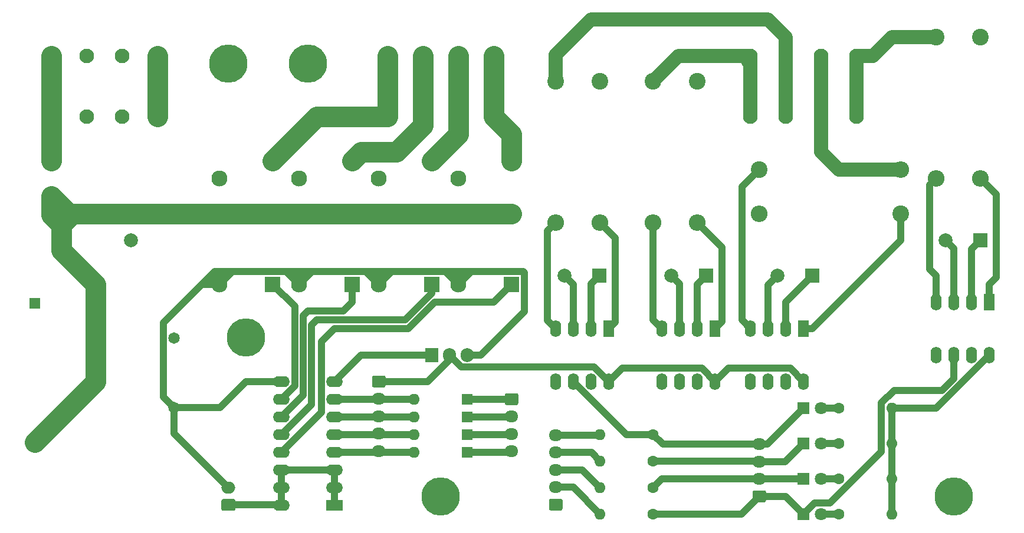
<source format=gbr>
%TF.GenerationSoftware,KiCad,Pcbnew,(5.1.6)-1*%
%TF.CreationDate,2021-09-18T17:58:04+02:00*%
%TF.ProjectId,hamodule,68616d6f-6475-46c6-952e-6b696361645f,rev?*%
%TF.SameCoordinates,Original*%
%TF.FileFunction,Copper,L1,Top*%
%TF.FilePolarity,Positive*%
%FSLAX46Y46*%
G04 Gerber Fmt 4.6, Leading zero omitted, Abs format (unit mm)*
G04 Created by KiCad (PCBNEW (5.1.6)-1) date 2021-09-18 17:58:04*
%MOMM*%
%LPD*%
G01*
G04 APERTURE LIST*
%TA.AperFunction,ComponentPad*%
%ADD10R,2.400000X1.600000*%
%TD*%
%TA.AperFunction,ComponentPad*%
%ADD11O,2.400000X1.600000*%
%TD*%
%TA.AperFunction,ComponentPad*%
%ADD12O,1.600000X1.600000*%
%TD*%
%TA.AperFunction,ComponentPad*%
%ADD13R,1.600000X1.600000*%
%TD*%
%TA.AperFunction,ComponentPad*%
%ADD14O,1.950000X1.700000*%
%TD*%
%TA.AperFunction,ComponentPad*%
%ADD15C,2.000000*%
%TD*%
%TA.AperFunction,ComponentPad*%
%ADD16R,2.000000X2.000000*%
%TD*%
%TA.AperFunction,ComponentPad*%
%ADD17O,1.600000X2.400000*%
%TD*%
%TA.AperFunction,ComponentPad*%
%ADD18R,1.600000X2.400000*%
%TD*%
%TA.AperFunction,ComponentPad*%
%ADD19O,1.905000X2.000000*%
%TD*%
%TA.AperFunction,ComponentPad*%
%ADD20R,1.905000X2.000000*%
%TD*%
%TA.AperFunction,ComponentPad*%
%ADD21C,1.600000*%
%TD*%
%TA.AperFunction,ComponentPad*%
%ADD22C,1.800000*%
%TD*%
%TA.AperFunction,ComponentPad*%
%ADD23R,1.800000X1.800000*%
%TD*%
%TA.AperFunction,ComponentPad*%
%ADD24O,2.000000X1.700000*%
%TD*%
%TA.AperFunction,ComponentPad*%
%ADD25O,2.400000X2.400000*%
%TD*%
%TA.AperFunction,ComponentPad*%
%ADD26C,2.400000*%
%TD*%
%TA.AperFunction,ComponentPad*%
%ADD27C,1.650000*%
%TD*%
%TA.AperFunction,ComponentPad*%
%ADD28R,1.650000X1.650000*%
%TD*%
%TA.AperFunction,ComponentPad*%
%ADD29C,5.500000*%
%TD*%
%TA.AperFunction,ComponentPad*%
%ADD30C,2.300000*%
%TD*%
%TA.AperFunction,ComponentPad*%
%ADD31R,2.300000X2.300000*%
%TD*%
%TA.AperFunction,ComponentPad*%
%ADD32C,2.100000*%
%TD*%
%TA.AperFunction,Conductor*%
%ADD33C,3.000000*%
%TD*%
%TA.AperFunction,Conductor*%
%ADD34C,2.000000*%
%TD*%
%TA.AperFunction,Conductor*%
%ADD35C,1.000000*%
%TD*%
G04 APERTURE END LIST*
D10*
%TO.P,U1,1*%
%TO.N,GND(5V)*%
X69850000Y-83820000D03*
D11*
%TO.P,U1,9*%
%TO.N,5V+*%
X62230000Y-66040000D03*
%TO.P,U1,2*%
%TO.N,GND(5V)*%
X69850000Y-81280000D03*
%TO.P,U1,10*%
%TO.N,REI1*%
X62230000Y-68580000D03*
%TO.P,U1,3*%
%TO.N,GND(5V)*%
X69850000Y-78740000D03*
%TO.P,U1,11*%
%TO.N,REI2*%
X62230000Y-71120000D03*
%TO.P,U1,4*%
%TO.N,EspRel1*%
X69850000Y-76200000D03*
%TO.P,U1,12*%
%TO.N,REI3*%
X62230000Y-73660000D03*
%TO.P,U1,5*%
%TO.N,EspRel2*%
X69850000Y-73660000D03*
%TO.P,U1,13*%
%TO.N,REI4*%
X62230000Y-76200000D03*
%TO.P,U1,6*%
%TO.N,EspRel3*%
X69850000Y-71120000D03*
%TO.P,U1,14*%
%TO.N,GND(5V)*%
X62230000Y-78740000D03*
%TO.P,U1,7*%
%TO.N,EspRel4*%
X69850000Y-68580000D03*
%TO.P,U1,15*%
%TO.N,GND(5V)*%
X62230000Y-81280000D03*
%TO.P,U1,8*%
X69850000Y-66040000D03*
%TO.P,U1,16*%
X62230000Y-83820000D03*
%TD*%
D12*
%TO.P,D4,2*%
%TO.N,EspRel4*%
X81280000Y-68580000D03*
D13*
%TO.P,D4,1*%
%TO.N,Net-(D4-Pad1)*%
X88900000Y-68580000D03*
%TD*%
D12*
%TO.P,D3,2*%
%TO.N,EspRel3*%
X81280000Y-71120000D03*
D13*
%TO.P,D3,1*%
%TO.N,Net-(D3-Pad1)*%
X88900000Y-71120000D03*
%TD*%
D12*
%TO.P,D2,2*%
%TO.N,EspRel2*%
X81280000Y-73660000D03*
D13*
%TO.P,D2,1*%
%TO.N,Net-(D2-Pad1)*%
X88900000Y-73660000D03*
%TD*%
D12*
%TO.P,D1,2*%
%TO.N,EspRel1*%
X81280000Y-76200000D03*
D13*
%TO.P,D1,1*%
%TO.N,Net-(D1-Pad1)*%
X88900000Y-76200000D03*
%TD*%
D14*
%TO.P,J2,4*%
%TO.N,Net-(D1-Pad1)*%
X95250000Y-76080000D03*
%TO.P,J2,3*%
%TO.N,Net-(D2-Pad1)*%
X95250000Y-73580000D03*
%TO.P,J2,2*%
%TO.N,Net-(D3-Pad1)*%
X95250000Y-71080000D03*
%TO.P,J2,1*%
%TO.N,Net-(D4-Pad1)*%
%TA.AperFunction,ComponentPad*%
G36*
G01*
X94525000Y-67730000D02*
X95975000Y-67730000D01*
G75*
G02*
X96225000Y-67980000I0J-250000D01*
G01*
X96225000Y-69180000D01*
G75*
G02*
X95975000Y-69430000I-250000J0D01*
G01*
X94525000Y-69430000D01*
G75*
G02*
X94275000Y-69180000I0J250000D01*
G01*
X94275000Y-67980000D01*
G75*
G02*
X94525000Y-67730000I250000J0D01*
G01*
G37*
%TD.AperFunction*%
%TD*%
%TO.P,J7,5*%
%TO.N,Net-(J7-Pad5)*%
X101600000Y-73740000D03*
%TO.P,J7,4*%
%TO.N,Net-(J7-Pad4)*%
X101600000Y-76240000D03*
%TO.P,J7,3*%
%TO.N,Net-(J7-Pad3)*%
X101600000Y-78740000D03*
%TO.P,J7,2*%
%TO.N,Net-(J7-Pad2)*%
X101600000Y-81240000D03*
%TO.P,J7,1*%
%TO.N,3.3V+*%
%TA.AperFunction,ComponentPad*%
G36*
G01*
X102325000Y-84590000D02*
X100875000Y-84590000D01*
G75*
G02*
X100625000Y-84340000I0J250000D01*
G01*
X100625000Y-83140000D01*
G75*
G02*
X100875000Y-82890000I250000J0D01*
G01*
X102325000Y-82890000D01*
G75*
G02*
X102575000Y-83140000I0J-250000D01*
G01*
X102575000Y-84340000D01*
G75*
G02*
X102325000Y-84590000I-250000J0D01*
G01*
G37*
%TD.AperFunction*%
%TD*%
D15*
%TO.P,22uF2,2*%
%TO.N,Net-(22uF2-Pad2)*%
X118190000Y-50800000D03*
D16*
%TO.P,22uF2,1*%
%TO.N,Net-(22uF2-Pad1)*%
X123190000Y-50800000D03*
%TD*%
D17*
%TO.P,U4,8*%
%TO.N,3.3V+*%
X124460000Y-66040000D03*
%TO.P,U4,4*%
%TO.N,Net-(R11-Pad2)*%
X116840000Y-58420000D03*
%TO.P,U4,7*%
%TO.N,N/C*%
X121920000Y-66040000D03*
%TO.P,U4,3*%
%TO.N,Net-(22uF2-Pad2)*%
X119380000Y-58420000D03*
%TO.P,U4,6*%
%TO.N,EspSens2*%
X119380000Y-66040000D03*
%TO.P,U4,2*%
%TO.N,Net-(22uF2-Pad1)*%
X121920000Y-58420000D03*
%TO.P,U4,5*%
%TO.N,GND(5V)*%
X116840000Y-66040000D03*
D18*
%TO.P,U4,1*%
%TO.N,Net-(R12-Pad2)*%
X124460000Y-58420000D03*
%TD*%
D17*
%TO.P,U6,8*%
%TO.N,3.3V+*%
X163830000Y-62230000D03*
%TO.P,U6,4*%
%TO.N,Net-(R15-Pad2)*%
X156210000Y-54610000D03*
%TO.P,U6,7*%
%TO.N,N/C*%
X161290000Y-62230000D03*
%TO.P,U6,3*%
%TO.N,Net-(22uF4-Pad2)*%
X158750000Y-54610000D03*
%TO.P,U6,6*%
%TO.N,EspSens4*%
X158750000Y-62230000D03*
%TO.P,U6,2*%
%TO.N,Net-(22uF4-Pad1)*%
X161290000Y-54610000D03*
%TO.P,U6,5*%
%TO.N,GND(5V)*%
X156210000Y-62230000D03*
D18*
%TO.P,U6,1*%
%TO.N,Net-(R16-Pad2)*%
X163830000Y-54610000D03*
%TD*%
D17*
%TO.P,U5,8*%
%TO.N,3.3V+*%
X137160000Y-66040000D03*
%TO.P,U5,4*%
%TO.N,Net-(R13-Pad1)*%
X129540000Y-58420000D03*
%TO.P,U5,7*%
%TO.N,N/C*%
X134620000Y-66040000D03*
%TO.P,U5,3*%
%TO.N,Net-(22uF3-Pad2)*%
X132080000Y-58420000D03*
%TO.P,U5,6*%
%TO.N,EspSens3*%
X132080000Y-66040000D03*
%TO.P,U5,2*%
%TO.N,Net-(22uF3-Pad1)*%
X134620000Y-58420000D03*
%TO.P,U5,5*%
%TO.N,GND(5V)*%
X129540000Y-66040000D03*
D18*
%TO.P,U5,1*%
%TO.N,Net-(R14-Pad1)*%
X137160000Y-58420000D03*
%TD*%
D17*
%TO.P,U3,8*%
%TO.N,3.3V+*%
X109220000Y-66040000D03*
%TO.P,U3,4*%
%TO.N,Net-(R9-Pad2)*%
X101600000Y-58420000D03*
%TO.P,U3,7*%
%TO.N,N/C*%
X106680000Y-66040000D03*
%TO.P,U3,3*%
%TO.N,Net-(22uF1-Pad2)*%
X104140000Y-58420000D03*
%TO.P,U3,6*%
%TO.N,EspSens1*%
X104140000Y-66040000D03*
%TO.P,U3,2*%
%TO.N,Net-(22uF1-Pad1)*%
X106680000Y-58420000D03*
%TO.P,U3,5*%
%TO.N,GND(5V)*%
X101600000Y-66040000D03*
D18*
%TO.P,U3,1*%
%TO.N,Net-(R10-Pad2)*%
X109220000Y-58420000D03*
%TD*%
D19*
%TO.P,U2,3*%
%TO.N,5V+*%
X88900000Y-62230000D03*
%TO.P,U2,2*%
%TO.N,3.3V+*%
X86360000Y-62230000D03*
D20*
%TO.P,U2,1*%
%TO.N,GND(5V)*%
X83820000Y-62230000D03*
%TD*%
D12*
%TO.P,R8,2*%
%TO.N,3.3V+*%
X149860000Y-85090000D03*
D21*
%TO.P,R8,1*%
%TO.N,Net-(D8-Pad2)*%
X142240000Y-85090000D03*
%TD*%
D12*
%TO.P,R7,2*%
%TO.N,3.3V+*%
X149860000Y-80010000D03*
D21*
%TO.P,R7,1*%
%TO.N,Net-(D7-Pad2)*%
X142240000Y-80010000D03*
%TD*%
D12*
%TO.P,R6,2*%
%TO.N,3.3V+*%
X149860000Y-74930000D03*
D21*
%TO.P,R6,1*%
%TO.N,Net-(D6-Pad2)*%
X142240000Y-74930000D03*
%TD*%
D12*
%TO.P,R4,2*%
%TO.N,Net-(J7-Pad2)*%
X107950000Y-85090000D03*
D21*
%TO.P,R4,1*%
%TO.N,EspSens4*%
X115570000Y-85090000D03*
%TD*%
D12*
%TO.P,R3,2*%
%TO.N,Net-(J7-Pad3)*%
X107950000Y-81280000D03*
D21*
%TO.P,R3,1*%
%TO.N,EspSens3*%
X115570000Y-81280000D03*
%TD*%
D12*
%TO.P,R2,2*%
%TO.N,Net-(J7-Pad4)*%
X107950000Y-77470000D03*
D21*
%TO.P,R2,1*%
%TO.N,EspSens2*%
X115570000Y-77470000D03*
%TD*%
D12*
%TO.P,R1,2*%
%TO.N,Net-(J7-Pad5)*%
X107950000Y-73660000D03*
D21*
%TO.P,R1,1*%
%TO.N,EspSens1*%
X115570000Y-73660000D03*
%TD*%
D12*
%TO.P,R5,2*%
%TO.N,3.3V+*%
X149860000Y-69850000D03*
D21*
%TO.P,R5,1*%
%TO.N,Net-(D5-Pad2)*%
X142240000Y-69850000D03*
%TD*%
D14*
%TO.P,J4,5*%
%TO.N,EspRel1*%
X76200000Y-76040000D03*
%TO.P,J4,4*%
%TO.N,EspRel2*%
X76200000Y-73540000D03*
%TO.P,J4,3*%
%TO.N,EspRel3*%
X76200000Y-71040000D03*
%TO.P,J4,2*%
%TO.N,EspRel4*%
X76200000Y-68540000D03*
%TO.P,J4,1*%
%TO.N,3.3V+*%
%TA.AperFunction,ComponentPad*%
G36*
G01*
X75475000Y-65190000D02*
X76925000Y-65190000D01*
G75*
G02*
X77175000Y-65440000I0J-250000D01*
G01*
X77175000Y-66640000D01*
G75*
G02*
X76925000Y-66890000I-250000J0D01*
G01*
X75475000Y-66890000D01*
G75*
G02*
X75225000Y-66640000I0J250000D01*
G01*
X75225000Y-65440000D01*
G75*
G02*
X75475000Y-65190000I250000J0D01*
G01*
G37*
%TD.AperFunction*%
%TD*%
D22*
%TO.P,D8,2*%
%TO.N,Net-(D8-Pad2)*%
X139700000Y-85090000D03*
D23*
%TO.P,D8,1*%
%TO.N,EspSens4*%
X137160000Y-85090000D03*
%TD*%
D22*
%TO.P,D7,2*%
%TO.N,Net-(D7-Pad2)*%
X139700000Y-80010000D03*
D23*
%TO.P,D7,1*%
%TO.N,EspSens3*%
X137160000Y-80010000D03*
%TD*%
D22*
%TO.P,D6,2*%
%TO.N,Net-(D6-Pad2)*%
X139700000Y-74930000D03*
D23*
%TO.P,D6,1*%
%TO.N,EspSens2*%
X137160000Y-74930000D03*
%TD*%
D22*
%TO.P,D5,2*%
%TO.N,Net-(D5-Pad2)*%
X139700000Y-69850000D03*
D23*
%TO.P,D5,1*%
%TO.N,EspSens1*%
X137160000Y-69850000D03*
%TD*%
D15*
%TO.P,22uF4,2*%
%TO.N,Net-(22uF4-Pad2)*%
X157560000Y-45720000D03*
D16*
%TO.P,22uF4,1*%
%TO.N,Net-(22uF4-Pad1)*%
X162560000Y-45720000D03*
%TD*%
D15*
%TO.P,22uF3,2*%
%TO.N,Net-(22uF3-Pad2)*%
X133430000Y-50800000D03*
D16*
%TO.P,22uF3,1*%
%TO.N,Net-(22uF3-Pad1)*%
X138430000Y-50800000D03*
%TD*%
D15*
%TO.P,22uF1,2*%
%TO.N,Net-(22uF1-Pad2)*%
X102870000Y-50800000D03*
D16*
%TO.P,22uF1,1*%
%TO.N,Net-(22uF1-Pad1)*%
X107870000Y-50800000D03*
%TD*%
D14*
%TO.P,J6,4*%
%TO.N,EspSens1*%
X130810000Y-75050000D03*
%TO.P,J6,3*%
%TO.N,EspSens2*%
X130810000Y-77550000D03*
%TO.P,J6,2*%
%TO.N,EspSens3*%
X130810000Y-80050000D03*
%TO.P,J6,1*%
%TO.N,EspSens4*%
%TA.AperFunction,ComponentPad*%
G36*
G01*
X131535000Y-83400000D02*
X130085000Y-83400000D01*
G75*
G02*
X129835000Y-83150000I0J250000D01*
G01*
X129835000Y-81950000D01*
G75*
G02*
X130085000Y-81700000I250000J0D01*
G01*
X131535000Y-81700000D01*
G75*
G02*
X131785000Y-81950000I0J-250000D01*
G01*
X131785000Y-83150000D01*
G75*
G02*
X131535000Y-83400000I-250000J0D01*
G01*
G37*
%TD.AperFunction*%
%TD*%
D24*
%TO.P,J5,2*%
%TO.N,5V+*%
X54610000Y-81280000D03*
%TO.P,J5,1*%
%TO.N,GND(5V)*%
%TA.AperFunction,ComponentPad*%
G36*
G01*
X55360000Y-84630000D02*
X53860000Y-84630000D01*
G75*
G02*
X53610000Y-84380000I0J250000D01*
G01*
X53610000Y-83180000D01*
G75*
G02*
X53860000Y-82930000I250000J0D01*
G01*
X55360000Y-82930000D01*
G75*
G02*
X55610000Y-83180000I0J-250000D01*
G01*
X55610000Y-84380000D01*
G75*
G02*
X55360000Y-84630000I-250000J0D01*
G01*
G37*
%TD.AperFunction*%
%TD*%
D25*
%TO.P,R15,2*%
%TO.N,Net-(R15-Pad2)*%
X156210000Y-36830000D03*
D26*
%TO.P,R15,1*%
%TO.N,Sens4*%
X156210000Y-16510000D03*
%TD*%
D25*
%TO.P,R16,2*%
%TO.N,Net-(R16-Pad2)*%
X162560000Y-36830000D03*
D26*
%TO.P,R16,1*%
%TO.N,220VAC(N)*%
X162560000Y-16510000D03*
%TD*%
D25*
%TO.P,R13,2*%
%TO.N,Sens3*%
X151130000Y-35560000D03*
D26*
%TO.P,R13,1*%
%TO.N,Net-(R13-Pad1)*%
X130810000Y-35560000D03*
%TD*%
D25*
%TO.P,R12,2*%
%TO.N,Net-(R12-Pad2)*%
X121920000Y-43180000D03*
D26*
%TO.P,R12,1*%
%TO.N,220VAC(N)*%
X121920000Y-22860000D03*
%TD*%
D25*
%TO.P,R10,2*%
%TO.N,Net-(R10-Pad2)*%
X107950000Y-43180000D03*
D26*
%TO.P,R10,1*%
%TO.N,220VAC(N)*%
X107950000Y-22860000D03*
%TD*%
D25*
%TO.P,R14,2*%
%TO.N,220VAC(N)*%
X130810000Y-41910000D03*
D26*
%TO.P,R14,1*%
%TO.N,Net-(R14-Pad1)*%
X151130000Y-41910000D03*
%TD*%
D25*
%TO.P,R11,2*%
%TO.N,Net-(R11-Pad2)*%
X115570000Y-43180000D03*
D26*
%TO.P,R11,1*%
%TO.N,Sens2*%
X115570000Y-22860000D03*
%TD*%
D25*
%TO.P,R9,2*%
%TO.N,Net-(R9-Pad2)*%
X101600000Y-43180000D03*
D26*
%TO.P,R9,1*%
%TO.N,Sens1*%
X101600000Y-22860000D03*
%TD*%
D27*
%TO.P,PS1,9*%
%TO.N,GND(5V)*%
X46830000Y-59770000D03*
%TO.P,PS1,7*%
%TO.N,5V+*%
X46830000Y-69770000D03*
%TO.P,PS1,5*%
%TO.N,220VAC(L)*%
X26830000Y-74770000D03*
D28*
%TO.P,PS1,1*%
%TO.N,220VAC(N)*%
X26830000Y-54770000D03*
%TD*%
D29*
%TO.P,H5,1*%
%TO.N,N/C*%
X66040000Y-20320000D03*
%TD*%
%TO.P,H2,1*%
%TO.N,N/C*%
X85090000Y-82550000D03*
%TD*%
%TO.P,H4,1*%
%TO.N,N/C*%
X57150000Y-59690000D03*
%TD*%
%TO.P,H1,1*%
%TO.N,N/C*%
X158750000Y-82550000D03*
%TD*%
%TO.P,H3,1*%
%TO.N,N/C*%
X54610000Y-20320000D03*
%TD*%
D15*
%TO.P,RV1,2*%
%TO.N,220VAC(L)*%
X30640000Y-43520000D03*
%TO.P,RV1,1*%
%TO.N,220VAC(N)*%
X40640000Y-45720000D03*
%TD*%
%TO.P,F1,2*%
%TO.N,220VAC(L)*%
X29210000Y-39370000D03*
%TO.P,F1,1*%
%TO.N,Net-(F1-Pad1)*%
X29210000Y-34290000D03*
%TD*%
D30*
%TO.P,K1,5*%
%TO.N,5V+*%
X53340000Y-52070000D03*
%TO.P,K1,4*%
%TO.N,N/C*%
X53340000Y-36830000D03*
%TO.P,K1,3*%
%TO.N,REO1*%
X60960000Y-34290000D03*
%TO.P,K1,2*%
%TO.N,220VAC(L)*%
X60960000Y-41910000D03*
D31*
%TO.P,K1,1*%
%TO.N,REI1*%
X60960000Y-52070000D03*
%TD*%
D30*
%TO.P,K2,5*%
%TO.N,5V+*%
X64770000Y-52070000D03*
%TO.P,K2,4*%
%TO.N,N/C*%
X64770000Y-36830000D03*
%TO.P,K2,3*%
%TO.N,REO2*%
X72390000Y-34290000D03*
%TO.P,K2,2*%
%TO.N,220VAC(L)*%
X72390000Y-41910000D03*
D31*
%TO.P,K2,1*%
%TO.N,REI2*%
X72390000Y-52070000D03*
%TD*%
D30*
%TO.P,K4,5*%
%TO.N,5V+*%
X87630000Y-52070000D03*
%TO.P,K4,4*%
%TO.N,N/C*%
X87630000Y-36830000D03*
%TO.P,K4,3*%
%TO.N,REO4*%
X95250000Y-34290000D03*
%TO.P,K4,2*%
%TO.N,220VAC(L)*%
X95250000Y-41910000D03*
D31*
%TO.P,K4,1*%
%TO.N,REI4*%
X95250000Y-52070000D03*
%TD*%
D30*
%TO.P,K3,5*%
%TO.N,5V+*%
X76200000Y-52070000D03*
%TO.P,K3,4*%
%TO.N,N/C*%
X76200000Y-36830000D03*
%TO.P,K3,3*%
%TO.N,REO3*%
X83820000Y-34290000D03*
%TO.P,K3,2*%
%TO.N,220VAC(L)*%
X83820000Y-41910000D03*
D31*
%TO.P,K3,1*%
%TO.N,REI3*%
X83820000Y-52070000D03*
%TD*%
D32*
%TO.P,J8,8*%
%TO.N,Sens2*%
X129540000Y-19240000D03*
%TO.P,J8,7*%
X129540000Y-27940000D03*
%TO.P,J8,6*%
%TO.N,Sens1*%
X134620000Y-19240000D03*
%TO.P,J8,5*%
X134620000Y-27940000D03*
%TO.P,J8,4*%
%TO.N,Sens3*%
X139700000Y-19240000D03*
%TO.P,J8,3*%
X139700000Y-27940000D03*
%TO.P,J8,2*%
%TO.N,Sens4*%
X144780000Y-19240000D03*
%TO.P,J8,1*%
X144780000Y-27940000D03*
%TD*%
%TO.P,J3,8*%
%TO.N,Net-(F1-Pad1)*%
X29210000Y-19240000D03*
%TO.P,J3,7*%
X29210000Y-27940000D03*
%TO.P,J3,6*%
%TO.N,N/C*%
X34290000Y-19240000D03*
%TO.P,J3,5*%
X34290000Y-27940000D03*
%TO.P,J3,4*%
X39370000Y-19240000D03*
%TO.P,J3,3*%
X39370000Y-27940000D03*
%TO.P,J3,2*%
%TO.N,220VAC(N)*%
X44450000Y-19240000D03*
%TO.P,J3,1*%
X44450000Y-27940000D03*
%TD*%
%TO.P,J1,8*%
%TO.N,REO1*%
X77470000Y-19240000D03*
%TO.P,J1,7*%
X77470000Y-27940000D03*
%TO.P,J1,6*%
%TO.N,REO2*%
X82550000Y-19240000D03*
%TO.P,J1,5*%
X82550000Y-27940000D03*
%TO.P,J1,4*%
%TO.N,REO3*%
X87630000Y-19240000D03*
%TO.P,J1,3*%
X87630000Y-27940000D03*
%TO.P,J1,2*%
%TO.N,REO4*%
X92710000Y-19240000D03*
%TO.P,J1,1*%
X92710000Y-27940000D03*
%TD*%
D33*
%TO.N,220VAC(L)*%
X29210000Y-42090000D02*
X30640000Y-43520000D01*
X29210000Y-39370000D02*
X29210000Y-42090000D01*
X30640000Y-43520000D02*
X32250000Y-41910000D01*
X31750000Y-41910000D02*
X32250000Y-41910000D01*
X29210000Y-39370000D02*
X31750000Y-41910000D01*
X31750000Y-41910000D02*
X95250000Y-41910000D01*
X30640000Y-43520000D02*
X30640000Y-47150000D01*
X30640000Y-47150000D02*
X35560000Y-52070000D01*
X35560000Y-52070000D02*
X35560000Y-66040000D01*
X35560000Y-66040000D02*
X26830000Y-74770000D01*
%TO.N,220VAC(N)*%
X44450000Y-19240000D02*
X44450000Y-27940000D01*
D34*
%TO.N,Sens4*%
X144780000Y-19240000D02*
X144780000Y-27940000D01*
%TO.N,Sens3*%
X139700000Y-27940000D02*
X139700000Y-19240000D01*
%TO.N,Sens1*%
X134620000Y-27940000D02*
X134620000Y-19240000D01*
%TO.N,Sens2*%
X129540000Y-20320000D02*
X129079999Y-19859999D01*
X129540000Y-20320000D02*
X129540000Y-27940000D01*
X129540000Y-19240000D02*
X129540000Y-20320000D01*
D33*
%TO.N,REO4*%
X95250000Y-30480000D02*
X92710000Y-27940000D01*
X95250000Y-34290000D02*
X95250000Y-30480000D01*
X92710000Y-27940000D02*
X92710000Y-19240000D01*
%TO.N,REO3*%
X87630000Y-30480000D02*
X87630000Y-27940000D01*
X83820000Y-34290000D02*
X87630000Y-30480000D01*
X87630000Y-27940000D02*
X87630000Y-19240000D01*
%TO.N,REO2*%
X72390000Y-34290000D02*
X73660000Y-33020000D01*
X73660000Y-33020000D02*
X78740000Y-33020000D01*
X82550000Y-29210000D02*
X82550000Y-27940000D01*
X78740000Y-33020000D02*
X82550000Y-29210000D01*
X82550000Y-27940000D02*
X82550000Y-19240000D01*
%TO.N,REO1*%
X67310000Y-27940000D02*
X77470000Y-27940000D01*
X60960000Y-34290000D02*
X67310000Y-27940000D01*
X77470000Y-27940000D02*
X77470000Y-19240000D01*
D35*
%TO.N,5V+*%
X85779999Y-50219999D02*
X78050001Y-50219999D01*
X87630000Y-52070000D02*
X85779999Y-50219999D01*
X66620001Y-50219999D02*
X64770000Y-52070000D01*
X74349999Y-50219999D02*
X66620001Y-50219999D01*
X76200000Y-52070000D02*
X74349999Y-50219999D01*
X55190001Y-50219999D02*
X53340000Y-52070000D01*
X62919999Y-50219999D02*
X55190001Y-50219999D01*
X64770000Y-52070000D02*
X62919999Y-50219999D01*
X53340000Y-52070000D02*
X50800000Y-52070000D01*
X45304999Y-68244999D02*
X46830000Y-69770000D01*
X45304999Y-57565001D02*
X45304999Y-68244999D01*
X50800000Y-52070000D02*
X45304999Y-57565001D01*
X46830000Y-73500000D02*
X54610000Y-81280000D01*
X46830000Y-69770000D02*
X46830000Y-73500000D01*
X97100001Y-50359999D02*
X96960001Y-50219999D01*
X97100001Y-55982499D02*
X97100001Y-50359999D01*
X90852500Y-62230000D02*
X97100001Y-55982499D01*
X88900000Y-62230000D02*
X90852500Y-62230000D01*
X96960001Y-50219999D02*
X90750001Y-50219999D01*
X76200000Y-50800000D02*
X76780001Y-50219999D01*
X76780001Y-50219999D02*
X78050001Y-50219999D01*
X76200000Y-52070000D02*
X76200000Y-50800000D01*
X74349999Y-50219999D02*
X75619999Y-50219999D01*
X76200000Y-50800000D02*
X75619999Y-50219999D01*
X75619999Y-50219999D02*
X76780001Y-50219999D01*
X76200000Y-52070000D02*
X77470000Y-50800000D01*
X78050001Y-50219999D02*
X77470000Y-50800000D01*
X87630000Y-50800000D02*
X87049999Y-50219999D01*
X85779999Y-50219999D02*
X87049999Y-50219999D01*
X89480001Y-50219999D02*
X90750001Y-50219999D01*
X87630000Y-52070000D02*
X89480001Y-50219999D01*
X87630000Y-50800000D02*
X88210001Y-50219999D01*
X87049999Y-50219999D02*
X88210001Y-50219999D01*
X88210001Y-50219999D02*
X90750001Y-50219999D01*
X87630000Y-52070000D02*
X87630000Y-50800000D01*
X46830000Y-69770000D02*
X53420000Y-69770000D01*
X57150000Y-66040000D02*
X62230000Y-66040000D01*
X53420000Y-69770000D02*
X57150000Y-66040000D01*
X64770000Y-50800000D02*
X64189999Y-50219999D01*
X62919999Y-50219999D02*
X64189999Y-50219999D01*
X64770000Y-50800000D02*
X65350001Y-50219999D01*
X64189999Y-50219999D02*
X65350001Y-50219999D01*
X64770000Y-52070000D02*
X64770000Y-50800000D01*
X65350001Y-50219999D02*
X66620001Y-50219999D01*
X52070000Y-50800000D02*
X53340000Y-52070000D01*
X52070000Y-50800000D02*
X52650001Y-50219999D01*
X52070000Y-52070000D02*
X51435000Y-51435000D01*
X50800000Y-52070000D02*
X51435000Y-51435000D01*
X53340000Y-52070000D02*
X52070000Y-52070000D01*
X51435000Y-51435000D02*
X52070000Y-50800000D01*
X53340000Y-50909998D02*
X52650001Y-50219999D01*
X53340000Y-52070000D02*
X53340000Y-50909998D01*
X53340000Y-50800000D02*
X53920001Y-50219999D01*
X53340000Y-52070000D02*
X53340000Y-50800000D01*
X52650001Y-50219999D02*
X53920001Y-50219999D01*
X53920001Y-50219999D02*
X55190001Y-50219999D01*
%TO.N,Net-(R9-Pad2)*%
X100400001Y-57220001D02*
X101600000Y-58420000D01*
X100400001Y-44379999D02*
X100400001Y-57220001D01*
X101600000Y-43180000D02*
X100400001Y-44379999D01*
%TO.N,Net-(R11-Pad2)*%
X115570000Y-57150000D02*
X116840000Y-58420000D01*
X115570000Y-43180000D02*
X115570000Y-57150000D01*
%TO.N,3.3V+*%
X86360000Y-62902502D02*
X86360000Y-62230000D01*
X83222502Y-66040000D02*
X86360000Y-62902502D01*
X76200000Y-66040000D02*
X83222502Y-66040000D01*
X149860000Y-80010000D02*
X149860000Y-69850000D01*
X156210000Y-69850000D02*
X163830000Y-62230000D01*
X149860000Y-69850000D02*
X156210000Y-69850000D01*
X149860000Y-80010000D02*
X149860000Y-85090000D01*
X107110010Y-63930010D02*
X109220000Y-66040000D01*
X88060010Y-63930010D02*
X107110010Y-63930010D01*
X86360000Y-62230000D02*
X88060010Y-63930010D01*
X122559990Y-64139990D02*
X124460000Y-66040000D01*
X111120010Y-64139990D02*
X122559990Y-64139990D01*
X109220000Y-66040000D02*
X111120010Y-64139990D01*
X135259990Y-64139990D02*
X137160000Y-66040000D01*
X126360010Y-64139990D02*
X135259990Y-64139990D01*
X124460000Y-66040000D02*
X126360010Y-64139990D01*
D34*
%TO.N,Sens4*%
X144780000Y-19240000D02*
X147130000Y-19240000D01*
X149860000Y-16510000D02*
X156210000Y-16510000D01*
X147130000Y-19240000D02*
X149860000Y-16510000D01*
%TO.N,Sens3*%
X142240000Y-35560000D02*
X151130000Y-35560000D01*
X139700000Y-27940000D02*
X139700000Y-33020000D01*
X139700000Y-33020000D02*
X142240000Y-35560000D01*
%TO.N,Sens2*%
X119190000Y-19240000D02*
X115570000Y-22860000D01*
X129540000Y-19240000D02*
X119190000Y-19240000D01*
%TO.N,Sens1*%
X101600000Y-22860000D02*
X101600000Y-19050000D01*
X101600000Y-19050000D02*
X106680000Y-13970000D01*
X106680000Y-13970000D02*
X132080000Y-13970000D01*
X134620000Y-16510000D02*
X134620000Y-19240000D01*
X132080000Y-13970000D02*
X134620000Y-16510000D01*
D35*
%TO.N,Net-(22uF1-Pad2)*%
X104140000Y-52070000D02*
X102870000Y-50800000D01*
X104140000Y-58420000D02*
X104140000Y-52070000D01*
%TO.N,Net-(22uF1-Pad1)*%
X106680000Y-51990000D02*
X107870000Y-50800000D01*
X106680000Y-58420000D02*
X106680000Y-51990000D01*
%TO.N,Net-(22uF2-Pad2)*%
X118190000Y-50800000D02*
X119380000Y-51990000D01*
X119380000Y-51990000D02*
X119380000Y-58420000D01*
%TO.N,Net-(22uF2-Pad1)*%
X123190000Y-50800000D02*
X121920000Y-52070000D01*
X121920000Y-52070000D02*
X121920000Y-58420000D01*
%TO.N,Net-(22uF3-Pad2)*%
X132080000Y-52150000D02*
X133430000Y-50800000D01*
X132080000Y-58420000D02*
X132080000Y-52150000D01*
%TO.N,Net-(22uF3-Pad1)*%
X134620000Y-54610000D02*
X138430000Y-50800000D01*
X134620000Y-58420000D02*
X134620000Y-54610000D01*
%TO.N,Net-(22uF4-Pad2)*%
X158750000Y-46910000D02*
X157560000Y-45720000D01*
X158750000Y-54610000D02*
X158750000Y-46910000D01*
%TO.N,Net-(22uF4-Pad1)*%
X161290000Y-46990000D02*
X162560000Y-45720000D01*
X161290000Y-54610000D02*
X161290000Y-46990000D01*
%TO.N,Net-(R16-Pad2)*%
X163830000Y-54610000D02*
X163830000Y-52070000D01*
X164860001Y-51039999D02*
X164860001Y-39130001D01*
X164860001Y-39130001D02*
X162560000Y-36830000D01*
X163830000Y-52070000D02*
X164860001Y-51039999D01*
%TO.N,GND(5V)*%
X62190000Y-83780000D02*
X62230000Y-83820000D01*
X54610000Y-83780000D02*
X62190000Y-83780000D01*
X62230000Y-83820000D02*
X62230000Y-78740000D01*
X62230000Y-78740000D02*
X69850000Y-78740000D01*
X69850000Y-83820000D02*
X69850000Y-78740000D01*
X73660000Y-62230000D02*
X83820000Y-62230000D01*
X69850000Y-66040000D02*
X73660000Y-62230000D01*
%TO.N,REI1*%
X64130010Y-55240010D02*
X60960000Y-52070000D01*
X64130010Y-66679990D02*
X64130010Y-55240010D01*
X62230000Y-68580000D02*
X64130010Y-66679990D01*
%TO.N,REI2*%
X62230000Y-71120000D02*
X65330020Y-68019980D01*
X65330020Y-68019980D02*
X65330020Y-56589980D01*
X65330020Y-56589980D02*
X66040000Y-55880000D01*
X66040000Y-55880000D02*
X71120000Y-55880000D01*
X71120000Y-55880000D02*
X72390000Y-54610000D01*
X72390000Y-54610000D02*
X72390000Y-52070000D01*
%TO.N,REI3*%
X83820000Y-52070000D02*
X83820000Y-53340000D01*
X83820000Y-53340000D02*
X80010000Y-57150000D01*
X67310000Y-57150000D02*
X66530030Y-57929970D01*
X80010000Y-57150000D02*
X67310000Y-57150000D01*
X66530030Y-69359970D02*
X62230000Y-73660000D01*
X66530030Y-57929970D02*
X66530030Y-69359970D01*
%TO.N,REI4*%
X67949990Y-70480010D02*
X67949990Y-60320010D01*
X62230000Y-76200000D02*
X67949990Y-70480010D01*
X67949990Y-60320010D02*
X69850000Y-58420000D01*
X69850000Y-58420000D02*
X80437070Y-58420000D01*
X80437070Y-58420000D02*
X84247070Y-54610000D01*
X92710000Y-54610000D02*
X95250000Y-52070000D01*
X84247070Y-54610000D02*
X92710000Y-54610000D01*
D33*
%TO.N,Net-(F1-Pad1)*%
X29210000Y-19240000D02*
X29210000Y-27940000D01*
X29210000Y-34290000D02*
X29210000Y-27940000D01*
D35*
%TO.N,Net-(R12-Pad2)*%
X125490001Y-57389999D02*
X124460000Y-58420000D01*
X125490001Y-46750001D02*
X125490001Y-57389999D01*
X121920000Y-43180000D02*
X125490001Y-46750001D01*
%TO.N,Net-(R15-Pad2)*%
X156210000Y-54610000D02*
X156210000Y-50800000D01*
X155259999Y-37780001D02*
X156210000Y-36830000D01*
X155259999Y-49849999D02*
X155259999Y-37780001D01*
X156210000Y-50800000D02*
X155259999Y-49849999D01*
%TO.N,EspSens1*%
X131960000Y-75050000D02*
X137160000Y-69850000D01*
X130810000Y-75050000D02*
X131960000Y-75050000D01*
X111760000Y-73660000D02*
X115570000Y-73660000D01*
X104140000Y-66040000D02*
X111760000Y-73660000D01*
X116960000Y-75050000D02*
X115570000Y-73660000D01*
X130810000Y-75050000D02*
X116960000Y-75050000D01*
%TO.N,EspSens2*%
X119380000Y-66040000D02*
X119380000Y-66740000D01*
X134540000Y-77550000D02*
X137160000Y-74930000D01*
X130810000Y-77550000D02*
X134540000Y-77550000D01*
X130730000Y-77470000D02*
X130810000Y-77550000D01*
X115570000Y-77470000D02*
X130730000Y-77470000D01*
%TO.N,EspSens3*%
X137120000Y-80050000D02*
X137160000Y-80010000D01*
X130810000Y-80050000D02*
X137120000Y-80050000D01*
X116800000Y-80050000D02*
X130810000Y-80050000D01*
X115570000Y-81280000D02*
X116800000Y-80050000D01*
%TO.N,EspSens4*%
X128270000Y-85090000D02*
X130810000Y-82550000D01*
X115570000Y-85090000D02*
X128270000Y-85090000D01*
X134620000Y-82550000D02*
X137160000Y-85090000D01*
X130810000Y-82550000D02*
X134620000Y-82550000D01*
X148359999Y-76110003D02*
X148359999Y-69129999D01*
X140980003Y-83489999D02*
X148359999Y-76110003D01*
X137160000Y-85090000D02*
X138760001Y-83489999D01*
X148359999Y-69129999D02*
X150179998Y-67310000D01*
X138760001Y-83489999D02*
X140980003Y-83489999D01*
X150179998Y-67310000D02*
X157052930Y-67310000D01*
X158750000Y-65612930D02*
X158750000Y-62230000D01*
X157052930Y-67310000D02*
X158750000Y-65612930D01*
%TO.N,Net-(D5-Pad2)*%
X139700000Y-69850000D02*
X142240000Y-69850000D01*
%TO.N,Net-(D6-Pad2)*%
X139700000Y-74930000D02*
X142240000Y-74930000D01*
%TO.N,Net-(D7-Pad2)*%
X139700000Y-80010000D02*
X142240000Y-80010000D01*
%TO.N,Net-(D8-Pad2)*%
X139700000Y-85090000D02*
X142240000Y-85090000D01*
%TO.N,EspRel1*%
X69850000Y-76200000D02*
X81280000Y-76200000D01*
%TO.N,EspRel2*%
X69850000Y-73660000D02*
X81280000Y-73660000D01*
%TO.N,EspRel3*%
X69850000Y-71120000D02*
X80240001Y-71120000D01*
X80240001Y-71120000D02*
X81280000Y-71120000D01*
%TO.N,EspRel4*%
X69850000Y-68580000D02*
X81280000Y-68580000D01*
%TO.N,Net-(J7-Pad4)*%
X106720000Y-76240000D02*
X107950000Y-77470000D01*
X101600000Y-76240000D02*
X106720000Y-76240000D01*
%TO.N,Net-(J7-Pad3)*%
X105410000Y-78740000D02*
X107950000Y-81280000D01*
X101600000Y-78740000D02*
X105410000Y-78740000D01*
%TO.N,Net-(J7-Pad2)*%
X104100000Y-81240000D02*
X107950000Y-85090000D01*
X101600000Y-81240000D02*
X104100000Y-81240000D01*
%TO.N,Net-(J7-Pad5)*%
X107870000Y-73740000D02*
X107950000Y-73660000D01*
X101600000Y-73740000D02*
X107870000Y-73740000D01*
%TO.N,Net-(D1-Pad1)*%
X95130000Y-76200000D02*
X95250000Y-76080000D01*
X88900000Y-76200000D02*
X95130000Y-76200000D01*
%TO.N,Net-(D2-Pad1)*%
X95170000Y-73660000D02*
X95250000Y-73580000D01*
X88900000Y-73660000D02*
X95170000Y-73660000D01*
%TO.N,Net-(D3-Pad1)*%
X95210000Y-71120000D02*
X95250000Y-71080000D01*
X88900000Y-71120000D02*
X95210000Y-71120000D01*
%TO.N,Net-(D4-Pad1)*%
X88900000Y-68580000D02*
X95250000Y-68580000D01*
%TO.N,Net-(R10-Pad2)*%
X110170001Y-57469999D02*
X109220000Y-58420000D01*
X110170001Y-45400001D02*
X110170001Y-57469999D01*
X107950000Y-43180000D02*
X110170001Y-45400001D01*
%TO.N,Net-(R14-Pad1)*%
X137160000Y-58420000D02*
X138430000Y-58420000D01*
X151130000Y-45720000D02*
X151130000Y-41910000D01*
X138430000Y-58420000D02*
X151130000Y-45720000D01*
%TO.N,Net-(R13-Pad1)*%
X128309999Y-57189999D02*
X129540000Y-58420000D01*
X128309999Y-38060001D02*
X128309999Y-57189999D01*
X130810000Y-35560000D02*
X128309999Y-38060001D01*
%TD*%
M02*

</source>
